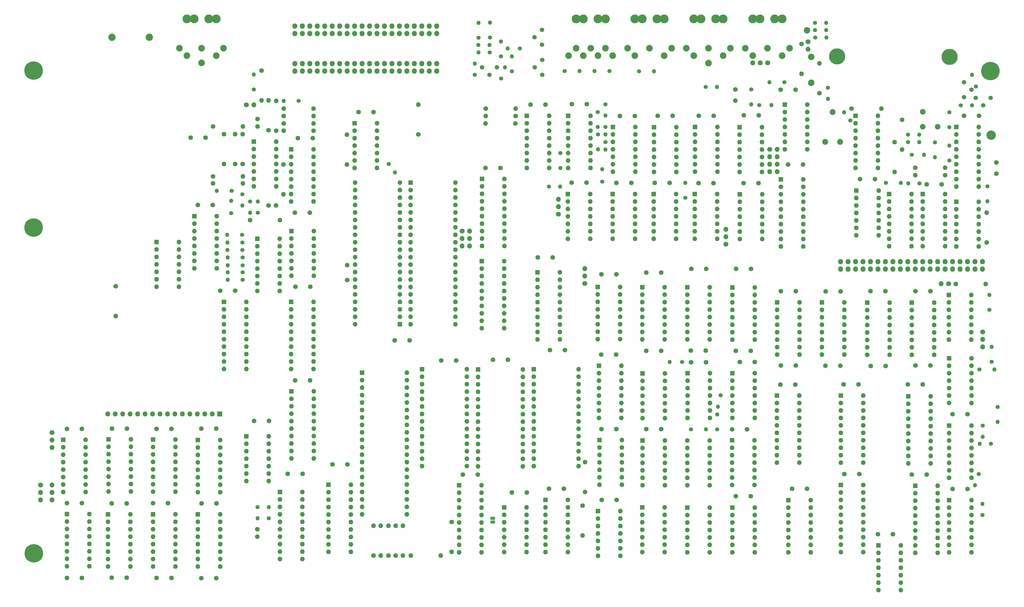
<source format=gbr>
%TF.GenerationSoftware,KiCad,Pcbnew,7.0.7*%
%TF.CreationDate,2023-11-21T20:32:33+00:00*%
%TF.ProjectId,lynx96,6c796e78-3936-42e6-9b69-6361645f7063,rev?*%
%TF.SameCoordinates,Original*%
%TF.FileFunction,Soldermask,Top*%
%TF.FilePolarity,Negative*%
%FSLAX46Y46*%
G04 Gerber Fmt 4.6, Leading zero omitted, Abs format (unit mm)*
G04 Created by KiCad (PCBNEW 7.0.7) date 2023-11-21 20:32:33*
%MOMM*%
%LPD*%
G01*
G04 APERTURE LIST*
%ADD10R,1.600000X1.600000*%
%ADD11O,1.600000X1.600000*%
%ADD12C,1.400000*%
%ADD13O,1.400000X1.400000*%
%ADD14C,1.600000*%
%ADD15C,1.700000*%
%ADD16O,1.700000X1.700000*%
%ADD17O,1.800000X1.800000*%
%ADD18C,6.300000*%
%ADD19R,1.500000X1.000000*%
%ADD20C,1.500000*%
%ADD21O,1.900000X1.900000*%
%ADD22C,1.900000*%
%ADD23R,1.700000X1.700000*%
%ADD24C,2.500000*%
%ADD25C,2.250000*%
%ADD26C,3.000000*%
%ADD27O,2.000000X2.000000*%
%ADD28C,2.200000*%
%ADD29C,5.500000*%
%ADD30C,3.200000*%
G04 APERTURE END LIST*
D10*
%TO.C,IC35*%
X268550000Y-125890000D03*
D11*
X268550000Y-128430000D03*
X268550000Y-130970000D03*
X268550000Y-133510000D03*
X268550000Y-136050000D03*
X268550000Y-138590000D03*
X268550000Y-141130000D03*
X268550000Y-143670000D03*
X276170000Y-143670000D03*
X276170000Y-141130000D03*
X276170000Y-138590000D03*
X276170000Y-136050000D03*
X276170000Y-133510000D03*
X276170000Y-130970000D03*
X276170000Y-128430000D03*
X276170000Y-125890000D03*
%TD*%
D12*
%TO.C,R10*%
X196230000Y-53450000D03*
D13*
X196230000Y-49640000D03*
%TD*%
D14*
%TO.C,D6*%
X210060000Y-70040000D03*
D11*
X199900000Y-70040000D03*
%TD*%
D10*
%TO.C,IC38*%
X314360000Y-131030000D03*
D11*
X314360000Y-133570000D03*
X314360000Y-136110000D03*
X314360000Y-138650000D03*
X314360000Y-141190000D03*
X314360000Y-143730000D03*
X314360000Y-146270000D03*
X314360000Y-148810000D03*
X321980000Y-148810000D03*
X321980000Y-146270000D03*
X321980000Y-143730000D03*
X321980000Y-141190000D03*
X321980000Y-138650000D03*
X321980000Y-136110000D03*
X321980000Y-133570000D03*
X321980000Y-131030000D03*
%TD*%
D14*
%TO.C,R35*%
X339050000Y-76450000D03*
D11*
X339050000Y-86610000D03*
%TD*%
D14*
%TO.C,R95*%
X107110000Y-71100000D03*
D11*
X117270000Y-71100000D03*
%TD*%
D15*
%TO.C,LS1*%
X118495000Y-63740000D03*
D16*
X121035000Y-63740000D03*
%TD*%
D17*
%TO.C,PL4*%
X320700000Y-119690000D03*
X320700000Y-117150000D03*
X323240000Y-119690000D03*
X323240000Y-117150000D03*
X325780000Y-119690000D03*
X325780000Y-117150000D03*
X328320000Y-119690000D03*
X328320000Y-117150000D03*
X330860000Y-119690000D03*
X330860000Y-117150000D03*
X333400000Y-119690000D03*
X333400000Y-117150000D03*
X335940000Y-119690000D03*
X335940000Y-117150000D03*
X338480000Y-119690000D03*
X338480000Y-117150000D03*
X341020000Y-119690000D03*
X341020000Y-117150000D03*
X343560000Y-119690000D03*
X343560000Y-117150000D03*
X346100000Y-119690000D03*
X346100000Y-117150000D03*
X348640000Y-119690000D03*
X348640000Y-117150000D03*
X351180000Y-119690000D03*
X351180000Y-117150000D03*
X353720000Y-119690000D03*
X353720000Y-117150000D03*
X356260000Y-119690000D03*
X356260000Y-117150000D03*
X358800000Y-119690000D03*
X358800000Y-117150000D03*
X361340000Y-119690000D03*
X361340000Y-117150000D03*
X363880000Y-119690000D03*
X363880000Y-117150000D03*
X366420000Y-119690000D03*
X366420000Y-117150000D03*
X368960000Y-119690000D03*
X368960000Y-117150000D03*
%TD*%
D10*
%TO.C,IC31*%
X198610000Y-116960000D03*
D11*
X198610000Y-119500000D03*
X198610000Y-122040000D03*
X198610000Y-124580000D03*
X198610000Y-127120000D03*
X198610000Y-129660000D03*
X198610000Y-132200000D03*
X198610000Y-134740000D03*
X198610000Y-137280000D03*
X198610000Y-139820000D03*
X206230000Y-139820000D03*
X206230000Y-137280000D03*
X206230000Y-134740000D03*
X206230000Y-132200000D03*
X206230000Y-129660000D03*
X206230000Y-127120000D03*
X206230000Y-124580000D03*
X206230000Y-122040000D03*
X206230000Y-119500000D03*
X206230000Y-116960000D03*
%TD*%
D14*
%TO.C,R16*%
X210070000Y-67520000D03*
D11*
X199910000Y-67520000D03*
%TD*%
D15*
%TO.C,LK10*%
X309590000Y-42215000D03*
D16*
X309590000Y-44755000D03*
%TD*%
D10*
%TO.C,IC20*%
X243110000Y-94138507D03*
D11*
X243110000Y-96678507D03*
X243110000Y-99218507D03*
X243110000Y-101758507D03*
X243110000Y-104298507D03*
X243110000Y-106838507D03*
X243110000Y-109378507D03*
X250730000Y-109378507D03*
X250730000Y-106838507D03*
X250730000Y-104298507D03*
X250730000Y-101758507D03*
X250730000Y-99218507D03*
X250730000Y-96678507D03*
X250730000Y-94138507D03*
%TD*%
D14*
%TO.C,A15*%
X244310000Y-148790000D03*
X239230000Y-148790000D03*
%TD*%
%TO.C,A25*%
X274890000Y-151400000D03*
X269810000Y-151400000D03*
%TD*%
D12*
%TO.C,R30*%
X343630000Y-73860000D03*
D13*
X347440000Y-73860000D03*
%TD*%
D14*
%TO.C,R7*%
X152700000Y-84000000D03*
D11*
X152700000Y-73840000D03*
%TD*%
D12*
%TO.C,R42*%
X117150000Y-94210000D03*
D13*
X117150000Y-98020000D03*
%TD*%
D10*
%TO.C,IC68*%
X129920000Y-195620000D03*
D11*
X129920000Y-198160000D03*
X129920000Y-200700000D03*
X129920000Y-203240000D03*
X129920000Y-205780000D03*
X129920000Y-208320000D03*
X129920000Y-210860000D03*
X129920000Y-213400000D03*
X129920000Y-215940000D03*
X129920000Y-218480000D03*
X137540000Y-218480000D03*
X137540000Y-215940000D03*
X137540000Y-213400000D03*
X137540000Y-210860000D03*
X137540000Y-208320000D03*
X137540000Y-205780000D03*
X137540000Y-203240000D03*
X137540000Y-200700000D03*
X137540000Y-198160000D03*
X137540000Y-195620000D03*
%TD*%
D14*
%TO.C,XTL2*%
X367750000Y-67480000D03*
X362670000Y-67480000D03*
%TD*%
%TO.C,A76*%
X72780000Y-174040000D03*
X77860000Y-174040000D03*
%TD*%
D12*
%TO.C,R18*%
X240670000Y-71210000D03*
D13*
X240670000Y-73750000D03*
%TD*%
D12*
%TO.C,C19*%
X374100000Y-166705000D03*
D13*
X374100000Y-171785000D03*
%TD*%
D10*
%TO.C,IC49*%
X253260000Y-155198507D03*
D11*
X253260000Y-157738507D03*
X253260000Y-160278507D03*
X253260000Y-162818507D03*
X253260000Y-165358507D03*
X253260000Y-167898507D03*
X253260000Y-170438507D03*
X260880000Y-170438507D03*
X260880000Y-167898507D03*
X260880000Y-165358507D03*
X260880000Y-162818507D03*
X260880000Y-160278507D03*
X260880000Y-157738507D03*
X260880000Y-155198507D03*
%TD*%
D18*
%TO.C,H2*%
X46120000Y-105540000D03*
%TD*%
D14*
%TO.C,A36*%
X140270000Y-125690000D03*
X135190000Y-125690000D03*
%TD*%
D10*
%TO.C,IC61*%
X86710000Y-177760000D03*
D11*
X86710000Y-180300000D03*
X86710000Y-182840000D03*
X86710000Y-185380000D03*
X86710000Y-187920000D03*
X86710000Y-190460000D03*
X86710000Y-193000000D03*
X86710000Y-195540000D03*
X94330000Y-195540000D03*
X94330000Y-193000000D03*
X94330000Y-190460000D03*
X94330000Y-187920000D03*
X94330000Y-185380000D03*
X94330000Y-182840000D03*
X94330000Y-180300000D03*
X94330000Y-177760000D03*
%TD*%
D15*
%TO.C,LK1*%
X52330000Y-175350000D03*
D16*
X52330000Y-177890000D03*
X52330000Y-180430000D03*
%TD*%
D10*
%TO.C,IC51*%
X268570000Y-155128507D03*
D11*
X268570000Y-157668507D03*
X268570000Y-160208507D03*
X268570000Y-162748507D03*
X268570000Y-165288507D03*
X268570000Y-167828507D03*
X268570000Y-170368507D03*
X276190000Y-170368507D03*
X276190000Y-167828507D03*
X276190000Y-165288507D03*
X276190000Y-162748507D03*
X276190000Y-160208507D03*
X276190000Y-157668507D03*
X276190000Y-155128507D03*
%TD*%
D10*
%TO.C,IC15*%
X133800000Y-106760000D03*
D11*
X133800000Y-109300000D03*
X133800000Y-111840000D03*
X133800000Y-114380000D03*
X133800000Y-116920000D03*
X133800000Y-119460000D03*
X133800000Y-122000000D03*
X141420000Y-122000000D03*
X141420000Y-119460000D03*
X141420000Y-116920000D03*
X141420000Y-114380000D03*
X141420000Y-111840000D03*
X141420000Y-109300000D03*
X141420000Y-106760000D03*
%TD*%
D14*
%TO.C,R66*%
X166800000Y-217260000D03*
D11*
X166800000Y-207100000D03*
%TD*%
D12*
%TO.C,R41*%
X113350000Y-100625000D03*
D13*
X113350000Y-96425000D03*
%TD*%
D15*
%TO.C,LK11*%
X295875000Y-49440000D03*
D16*
X293335000Y-49440000D03*
X290795000Y-49440000D03*
%TD*%
D15*
%TO.C,LK5*%
X233670000Y-124565000D03*
D16*
X233670000Y-122025000D03*
X233670000Y-119485000D03*
%TD*%
D10*
%TO.C,IC19*%
X227880000Y-94148507D03*
D11*
X227880000Y-96688507D03*
X227880000Y-99228507D03*
X227880000Y-101768507D03*
X227880000Y-104308507D03*
X227880000Y-106848507D03*
X227880000Y-109388507D03*
X235500000Y-109388507D03*
X235500000Y-106848507D03*
X235500000Y-104308507D03*
X235500000Y-101768507D03*
X235500000Y-99228507D03*
X235500000Y-96688507D03*
X235500000Y-94148507D03*
%TD*%
D15*
%TO.C,LK9*%
X369020000Y-141105000D03*
D16*
X369020000Y-143645000D03*
X369020000Y-146185000D03*
%TD*%
D14*
%TO.C,C15*%
X122260000Y-208340000D03*
X122260000Y-210880000D03*
%TD*%
D10*
%TO.C,IC74*%
X253230000Y-200890000D03*
D11*
X253230000Y-203430000D03*
X253230000Y-205970000D03*
X253230000Y-208510000D03*
X253230000Y-211050000D03*
X253230000Y-213590000D03*
X253230000Y-216130000D03*
X260850000Y-216130000D03*
X260850000Y-213590000D03*
X260850000Y-211050000D03*
X260850000Y-208510000D03*
X260850000Y-205970000D03*
X260850000Y-203430000D03*
X260850000Y-200890000D03*
%TD*%
D12*
%TO.C,R11*%
X201350000Y-40805000D03*
D13*
X201350000Y-35725000D03*
%TD*%
D10*
%TO.C,IC23*%
X286400000Y-94188507D03*
D11*
X286400000Y-96728507D03*
X286400000Y-99268507D03*
X286400000Y-101808507D03*
X286400000Y-104348507D03*
X286400000Y-106888507D03*
X286400000Y-109428507D03*
X294020000Y-109428507D03*
X294020000Y-106888507D03*
X294020000Y-104348507D03*
X294020000Y-101808507D03*
X294020000Y-99268507D03*
X294020000Y-96728507D03*
X294020000Y-94188507D03*
%TD*%
D10*
%TO.C,IC52*%
X283810000Y-155128507D03*
D11*
X283810000Y-157668507D03*
X283810000Y-160208507D03*
X283810000Y-162748507D03*
X283810000Y-165288507D03*
X283810000Y-167828507D03*
X283810000Y-170368507D03*
X291430000Y-170368507D03*
X291430000Y-167828507D03*
X291430000Y-165288507D03*
X291430000Y-162748507D03*
X291430000Y-160208507D03*
X291430000Y-157668507D03*
X291430000Y-155128507D03*
%TD*%
D15*
%TO.C,LK8*%
X357445000Y-124690000D03*
D16*
X354905000Y-124690000D03*
%TD*%
D15*
%TO.C,LK4*%
X224670000Y-100935000D03*
D16*
X224670000Y-98395000D03*
X224670000Y-95855000D03*
%TD*%
D10*
%TO.C,IC64*%
X57420000Y-203200000D03*
D11*
X57420000Y-205740000D03*
X57420000Y-208280000D03*
X57420000Y-210820000D03*
X57420000Y-213360000D03*
X57420000Y-215900000D03*
X57420000Y-218440000D03*
X57420000Y-220980000D03*
X65040000Y-220980000D03*
X65040000Y-218440000D03*
X65040000Y-215900000D03*
X65040000Y-213360000D03*
X65040000Y-210820000D03*
X65040000Y-208280000D03*
X65040000Y-205740000D03*
X65040000Y-203200000D03*
%TD*%
D12*
%TO.C,XTL1*%
X252120000Y-52320000D03*
D13*
X257200000Y-52320000D03*
%TD*%
D10*
%TO.C,IC67*%
X101950000Y-203260000D03*
D11*
X101950000Y-205800000D03*
X101950000Y-208340000D03*
X101950000Y-210880000D03*
X101950000Y-213420000D03*
X101950000Y-215960000D03*
X101950000Y-218500000D03*
X101950000Y-221040000D03*
X109570000Y-221040000D03*
X109570000Y-218500000D03*
X109570000Y-215960000D03*
X109570000Y-213420000D03*
X109570000Y-210880000D03*
X109570000Y-208340000D03*
X109570000Y-205800000D03*
X109570000Y-203260000D03*
%TD*%
D14*
%TO.C,A86*%
X62540000Y-224900000D03*
X57460000Y-224900000D03*
%TD*%
D10*
%TO.C,IC66*%
X86740000Y-203230000D03*
D11*
X86740000Y-205770000D03*
X86740000Y-208310000D03*
X86740000Y-210850000D03*
X86740000Y-213390000D03*
X86740000Y-215930000D03*
X86740000Y-218470000D03*
X86740000Y-221010000D03*
X94360000Y-221010000D03*
X94360000Y-218470000D03*
X94360000Y-215930000D03*
X94360000Y-213390000D03*
X94360000Y-210850000D03*
X94360000Y-208310000D03*
X94360000Y-205770000D03*
X94360000Y-203230000D03*
%TD*%
D14*
%TO.C,A31*%
X107080000Y-97810000D03*
X102000000Y-97810000D03*
%TD*%
%TO.C,A91*%
X207450000Y-150550000D03*
X202370000Y-150550000D03*
%TD*%
%TO.C,A94*%
X305340000Y-58550000D03*
X300260000Y-58550000D03*
%TD*%
D12*
%TO.C,C7*%
X238050000Y-66135000D03*
D13*
X238050000Y-71215000D03*
%TD*%
D12*
%TO.C,C23*%
X121030000Y-58485000D03*
D13*
X121030000Y-53405000D03*
%TD*%
D12*
%TO.C,R48*%
X117185000Y-115680000D03*
D13*
X112105000Y-115680000D03*
%TD*%
D10*
%TO.C,IC10*%
X301680000Y-63670000D03*
D11*
X301680000Y-66210000D03*
X301680000Y-68750000D03*
X301680000Y-71290000D03*
X301680000Y-73830000D03*
X301680000Y-76370000D03*
X301680000Y-78910000D03*
X309300000Y-78910000D03*
X309300000Y-76370000D03*
X309300000Y-73830000D03*
X309300000Y-71290000D03*
X309300000Y-68750000D03*
X309300000Y-66210000D03*
X309300000Y-63670000D03*
%TD*%
D14*
%TO.C,A84*%
X152880000Y-186200000D03*
X147800000Y-186200000D03*
%TD*%
D12*
%TO.C,C17*%
X357640000Y-82665000D03*
D13*
X357640000Y-77585000D03*
%TD*%
D10*
%TO.C,IC55*%
X320730000Y-162800000D03*
D11*
X320730000Y-165340000D03*
X320730000Y-167880000D03*
X320730000Y-170420000D03*
X320730000Y-172960000D03*
X320730000Y-175500000D03*
X320730000Y-178040000D03*
X320730000Y-180580000D03*
X320730000Y-183120000D03*
X320730000Y-185660000D03*
X328350000Y-185660000D03*
X328350000Y-183120000D03*
X328350000Y-180580000D03*
X328350000Y-178040000D03*
X328350000Y-175500000D03*
X328350000Y-172960000D03*
X328350000Y-170420000D03*
X328350000Y-167880000D03*
X328350000Y-165340000D03*
X328350000Y-162800000D03*
%TD*%
D14*
%TO.C,A16*%
X244370000Y-174200000D03*
X239290000Y-174200000D03*
%TD*%
%TO.C,A33*%
X307900000Y-84050000D03*
X302820000Y-84050000D03*
%TD*%
%TO.C,R67*%
X169270000Y-217260000D03*
D11*
X169270000Y-207100000D03*
%TD*%
D14*
%TO.C,A4*%
X291480000Y-151310000D03*
X286400000Y-151310000D03*
%TD*%
D12*
%TO.C,R31*%
X343590000Y-76440000D03*
D13*
X347400000Y-76440000D03*
%TD*%
D12*
%TO.C,R72*%
X368950000Y-203510000D03*
D13*
X368950000Y-199700000D03*
%TD*%
D10*
%TO.C,IC65*%
X71430000Y-203260000D03*
D11*
X71430000Y-205800000D03*
X71430000Y-208340000D03*
X71430000Y-210880000D03*
X71430000Y-213420000D03*
X71430000Y-215960000D03*
X71430000Y-218500000D03*
X71430000Y-221040000D03*
X79050000Y-221040000D03*
X79050000Y-218500000D03*
X79050000Y-215960000D03*
X79050000Y-213420000D03*
X79050000Y-210880000D03*
X79050000Y-208340000D03*
X79050000Y-205800000D03*
X79050000Y-203260000D03*
%TD*%
D12*
%TO.C,R19*%
X240630000Y-76410000D03*
D13*
X240630000Y-78950000D03*
%TD*%
D19*
%TO.C,J2*%
X202300000Y-204610000D03*
X202300000Y-205910000D03*
%TD*%
D14*
%TO.C,A34*%
X277470000Y-67410000D03*
X272390000Y-67410000D03*
%TD*%
D10*
%TO.C,IC4*%
X213930000Y-67458583D03*
D11*
X213930000Y-69998583D03*
X213930000Y-72538583D03*
X213930000Y-75078583D03*
X213930000Y-77618583D03*
X213930000Y-80158583D03*
X213930000Y-82698583D03*
X213930000Y-85238583D03*
X221550000Y-85238583D03*
X221550000Y-82698583D03*
X221550000Y-80158583D03*
X221550000Y-77618583D03*
X221550000Y-75078583D03*
X221550000Y-72538583D03*
X221550000Y-69998583D03*
X221550000Y-67458583D03*
%TD*%
D14*
%TO.C,C12*%
X373697172Y-87140000D03*
X373697172Y-83330000D03*
%TD*%
D10*
%TO.C,IC76*%
X283850000Y-200938507D03*
D11*
X283850000Y-203478507D03*
X283850000Y-206018507D03*
X283850000Y-208558507D03*
X283850000Y-211098507D03*
X283850000Y-213638507D03*
X283850000Y-216178507D03*
X291470000Y-216178507D03*
X291470000Y-213638507D03*
X291470000Y-211098507D03*
X291470000Y-208558507D03*
X291470000Y-206018507D03*
X291470000Y-203478507D03*
X291470000Y-200938507D03*
%TD*%
D12*
%TO.C,R39*%
X361590000Y-63850000D03*
D13*
X365400000Y-63850000D03*
%TD*%
D14*
%TO.C,R5*%
X131100000Y-84050000D03*
D11*
X131100000Y-94210000D03*
%TD*%
D10*
%TO.C,IC73*%
X238110000Y-202138507D03*
D11*
X238110000Y-204678507D03*
X238110000Y-207218507D03*
X238110000Y-209758507D03*
X238110000Y-212298507D03*
X238110000Y-214838507D03*
X238110000Y-217378507D03*
X245730000Y-217378507D03*
X245730000Y-214838507D03*
X245730000Y-212298507D03*
X245730000Y-209758507D03*
X245730000Y-207218507D03*
X245730000Y-204678507D03*
X245730000Y-202138507D03*
%TD*%
D14*
%TO.C,R32*%
X341620000Y-68770000D03*
D11*
X341620000Y-78930000D03*
%TD*%
D10*
%TO.C,IC32*%
X217580000Y-120760000D03*
D11*
X217580000Y-123300000D03*
X217580000Y-125840000D03*
X217580000Y-128380000D03*
X217580000Y-130920000D03*
X217580000Y-133460000D03*
X217580000Y-136000000D03*
X217580000Y-138540000D03*
X217580000Y-141080000D03*
X217580000Y-143620000D03*
X225200000Y-143620000D03*
X225200000Y-141080000D03*
X225200000Y-138540000D03*
X225200000Y-136000000D03*
X225200000Y-133460000D03*
X225200000Y-130920000D03*
X225200000Y-128380000D03*
X225200000Y-125840000D03*
X225200000Y-123300000D03*
X225200000Y-120760000D03*
%TD*%
D10*
%TO.C,IC9*%
X286290000Y-71310000D03*
D11*
X286290000Y-73850000D03*
X286290000Y-76390000D03*
X286290000Y-78930000D03*
X286290000Y-81470000D03*
X286290000Y-84010000D03*
X286290000Y-86550000D03*
X293910000Y-86550000D03*
X293910000Y-84010000D03*
X293910000Y-81470000D03*
X293910000Y-78930000D03*
X293910000Y-76390000D03*
X293910000Y-73850000D03*
X293910000Y-71310000D03*
%TD*%
D14*
%TO.C,R87*%
X232880000Y-200290000D03*
D11*
X232880000Y-210450000D03*
%TD*%
D14*
%TO.C,A87*%
X93020000Y-224950000D03*
X87940000Y-224950000D03*
%TD*%
D12*
%TO.C,R57*%
X279855000Y-162725000D03*
D13*
X278905000Y-166605000D03*
%TD*%
D12*
%TO.C,R20*%
X274790000Y-57590000D03*
D13*
X278600000Y-57590000D03*
%TD*%
D14*
%TO.C,D2*%
X131170000Y-67520000D03*
D11*
X141330000Y-67520000D03*
%TD*%
D14*
%TO.C,D3*%
X131170000Y-70080000D03*
D11*
X141330000Y-70080000D03*
%TD*%
D14*
%TO.C,A3*%
X363850000Y-169130000D03*
X358770000Y-169130000D03*
%TD*%
D12*
%TO.C,R21*%
X292965000Y-63800000D03*
D13*
X297165000Y-63800000D03*
%TD*%
D12*
%TO.C,R62*%
X371820000Y-179220000D03*
D13*
X368010000Y-179220000D03*
%TD*%
D10*
%TO.C,IC33*%
X238050000Y-125810000D03*
D11*
X238050000Y-128350000D03*
X238050000Y-130890000D03*
X238050000Y-133430000D03*
X238050000Y-135970000D03*
X238050000Y-138510000D03*
X238050000Y-141050000D03*
X238050000Y-143590000D03*
X245670000Y-143590000D03*
X245670000Y-141050000D03*
X245670000Y-138510000D03*
X245670000Y-135970000D03*
X245670000Y-133430000D03*
X245670000Y-130890000D03*
X245670000Y-128350000D03*
X245670000Y-125810000D03*
%TD*%
D14*
%TO.C,R4*%
X128620000Y-72540000D03*
D11*
X128620000Y-62380000D03*
%TD*%
D15*
%TO.C,LK7*%
X296560000Y-78890000D03*
D16*
X299100000Y-78890000D03*
X296560000Y-81430000D03*
X299100000Y-81430000D03*
X296560000Y-83970000D03*
X299100000Y-83970000D03*
X296560000Y-86510000D03*
X299100000Y-86510000D03*
%TD*%
D12*
%TO.C,R52*%
X221420000Y-91560000D03*
D13*
X225230000Y-91560000D03*
%TD*%
D10*
%TO.C,IC8*%
X271150000Y-71268507D03*
D11*
X271150000Y-73808507D03*
X271150000Y-76348507D03*
X271150000Y-78888507D03*
X271150000Y-81428507D03*
X271150000Y-83968507D03*
X271150000Y-86508507D03*
X278770000Y-86508507D03*
X278770000Y-83968507D03*
X278770000Y-81428507D03*
X278770000Y-78888507D03*
X278770000Y-76348507D03*
X278770000Y-73808507D03*
X278770000Y-71268507D03*
%TD*%
D14*
%TO.C,A6*%
X326770000Y-158940000D03*
X321690000Y-158940000D03*
%TD*%
%TO.C,R84*%
X141330000Y-72550000D03*
D11*
X131170000Y-72550000D03*
%TD*%
D10*
%TO.C,IC16*%
X170740000Y-138510000D03*
D11*
X170740000Y-135970000D03*
X170740000Y-133430000D03*
X170740000Y-130890000D03*
X170740000Y-128350000D03*
X170740000Y-125810000D03*
X170740000Y-123270000D03*
X170740000Y-120730000D03*
X170740000Y-118190000D03*
X170740000Y-115650000D03*
X170740000Y-113110000D03*
X170740000Y-110570000D03*
X170740000Y-108030000D03*
X170740000Y-105490000D03*
X170740000Y-102950000D03*
X170740000Y-100410000D03*
X170740000Y-97870000D03*
X170740000Y-95330000D03*
X170740000Y-92790000D03*
X170740000Y-90250000D03*
X155500000Y-90250000D03*
X155500000Y-92790000D03*
X155500000Y-95330000D03*
X155500000Y-97870000D03*
X155500000Y-100410000D03*
X155500000Y-102950000D03*
X155500000Y-105490000D03*
X155500000Y-108030000D03*
X155500000Y-110570000D03*
X155500000Y-113110000D03*
X155500000Y-115650000D03*
X155500000Y-118190000D03*
X155500000Y-120730000D03*
X155500000Y-123270000D03*
X155500000Y-125810000D03*
X155500000Y-128350000D03*
X155500000Y-130890000D03*
X155500000Y-133430000D03*
X155500000Y-135970000D03*
X155500000Y-138510000D03*
%TD*%
D14*
%TO.C,A18*%
X197230000Y-189720000D03*
X192150000Y-189720000D03*
%TD*%
%TO.C,A72*%
X72690000Y-199480000D03*
X77770000Y-199480000D03*
%TD*%
D12*
%TO.C,C16*%
X352770000Y-76535000D03*
D13*
X352770000Y-81615000D03*
%TD*%
D14*
%TO.C,A1*%
X141140000Y-75060000D03*
X136060000Y-75060000D03*
%TD*%
D20*
%TO.C,TR1*%
X203760000Y-50950000D03*
X201220000Y-53490000D03*
X198680000Y-50950000D03*
%TD*%
D10*
%TO.C,IC82*%
X87950000Y-110460000D03*
D11*
X87950000Y-113000000D03*
X87950000Y-115540000D03*
X87950000Y-118080000D03*
X87950000Y-120620000D03*
X87950000Y-123160000D03*
X87950000Y-125700000D03*
X95570000Y-125700000D03*
X95570000Y-123160000D03*
X95570000Y-120620000D03*
X95570000Y-118080000D03*
X95570000Y-115540000D03*
X95570000Y-113000000D03*
X95570000Y-110460000D03*
%TD*%
D12*
%TO.C,R27*%
X316330000Y-57830000D03*
D13*
X316330000Y-61640000D03*
%TD*%
D14*
%TO.C,R93*%
X107190000Y-90460000D03*
D11*
X117350000Y-90460000D03*
%TD*%
D14*
%TO.C,A17*%
X355030000Y-90840000D03*
X349950000Y-90840000D03*
%TD*%
%TO.C,R94*%
X107190000Y-88080000D03*
D11*
X117350000Y-88080000D03*
%TD*%
D10*
%TO.C,IC25*%
X326000000Y-92888507D03*
D11*
X326000000Y-95428507D03*
X326000000Y-97968507D03*
X326000000Y-100508507D03*
X326000000Y-103048507D03*
X326000000Y-105588507D03*
X326000000Y-108128507D03*
X333620000Y-108128507D03*
X333620000Y-105588507D03*
X333620000Y-103048507D03*
X333620000Y-100508507D03*
X333620000Y-97968507D03*
X333620000Y-95428507D03*
X333620000Y-92888507D03*
%TD*%
D12*
%TO.C,R12*%
X205175000Y-54705000D03*
D13*
X206435000Y-50905000D03*
%TD*%
D12*
%TO.C,C24*%
X113535000Y-93050000D03*
D13*
X108455000Y-93050000D03*
%TD*%
D14*
%TO.C,A59*%
X285050000Y-147540000D03*
X290130000Y-147540000D03*
%TD*%
D21*
%TO.C,VC1*%
X353667500Y-71167500D03*
X348587500Y-71167500D03*
D22*
X348587500Y-66087500D03*
%TD*%
D14*
%TO.C,A24*%
X288870000Y-174250000D03*
X283790000Y-174250000D03*
%TD*%
D23*
%TO.C,PL1*%
X109450000Y-169080000D03*
D16*
X106910000Y-169080000D03*
X104370000Y-169080000D03*
X101830000Y-169080000D03*
X99290000Y-169080000D03*
X96750000Y-169080000D03*
X94210000Y-169080000D03*
X91670000Y-169080000D03*
X89130000Y-169080000D03*
X86590000Y-169080000D03*
X84050000Y-169080000D03*
X81510000Y-169080000D03*
X78970000Y-169080000D03*
X76430000Y-169080000D03*
X73890000Y-169080000D03*
X71350000Y-169080000D03*
%TD*%
D10*
%TO.C,IC3*%
X155360000Y-69968507D03*
D11*
X155360000Y-72508507D03*
X155360000Y-75048507D03*
X155360000Y-77588507D03*
X155360000Y-80128507D03*
X155360000Y-82668507D03*
X155360000Y-85208507D03*
X162980000Y-85208507D03*
X162980000Y-82668507D03*
X162980000Y-80128507D03*
X162980000Y-77588507D03*
X162980000Y-75048507D03*
X162980000Y-72508507D03*
X162980000Y-69968507D03*
%TD*%
D10*
%TO.C,IC48*%
X238640000Y-177938507D03*
D11*
X238640000Y-180478507D03*
X238640000Y-183018507D03*
X238640000Y-185558507D03*
X238640000Y-188098507D03*
X238640000Y-190638507D03*
X238640000Y-193178507D03*
X246260000Y-193178507D03*
X246260000Y-190638507D03*
X246260000Y-188098507D03*
X246260000Y-185558507D03*
X246260000Y-183018507D03*
X246260000Y-180478507D03*
X246260000Y-177938507D03*
%TD*%
D14*
%TO.C,A8*%
X348630000Y-158980000D03*
X343550000Y-158980000D03*
%TD*%
D15*
%TO.C,LK3*%
X191930000Y-106730000D03*
D16*
X191930000Y-109270000D03*
X191930000Y-111810000D03*
X194470000Y-106730000D03*
X194470000Y-109270000D03*
X194470000Y-111810000D03*
%TD*%
D14*
%TO.C,A79*%
X330920000Y-152690000D03*
X336000000Y-152690000D03*
%TD*%
%TO.C,A56*%
X239290000Y-121440000D03*
X244370000Y-121440000D03*
%TD*%
%TO.C,A77*%
X87910000Y-174120000D03*
X92990000Y-174120000D03*
%TD*%
D10*
%TO.C,IC62*%
X101980000Y-177960000D03*
D11*
X101980000Y-180500000D03*
X101980000Y-183040000D03*
X101980000Y-185580000D03*
X101980000Y-188120000D03*
X101980000Y-190660000D03*
X101980000Y-193200000D03*
X101980000Y-195740000D03*
X109600000Y-195740000D03*
X109600000Y-193200000D03*
X109600000Y-190660000D03*
X109600000Y-188120000D03*
X109600000Y-185580000D03*
X109600000Y-183040000D03*
X109600000Y-180500000D03*
X109600000Y-177960000D03*
%TD*%
D24*
%TO.C,D8*%
X72755000Y-40650000D03*
X85505000Y-40650000D03*
%TD*%
D12*
%TO.C,R9*%
X197510000Y-40815000D03*
D13*
X197510000Y-35735000D03*
%TD*%
D14*
%TO.C,A83*%
X137590000Y-189450000D03*
X132510000Y-189450000D03*
%TD*%
%TO.C,IC99*%
X268520000Y-178070000D03*
D11*
X268520000Y-180610000D03*
X268520000Y-183150000D03*
X268520000Y-185690000D03*
X268520000Y-188230000D03*
X268520000Y-190770000D03*
X268520000Y-193310000D03*
X276140000Y-193310000D03*
X276140000Y-190770000D03*
X276140000Y-188230000D03*
X276140000Y-185690000D03*
X276140000Y-183150000D03*
X276140000Y-180610000D03*
X276140000Y-178070000D03*
%TD*%
D12*
%TO.C,R25*%
X311970000Y-38190000D03*
D13*
X315780000Y-38190000D03*
%TD*%
D18*
%TO.C,H3*%
X46180000Y-216570000D03*
%TD*%
D12*
%TO.C,D4*%
X197420000Y-43280000D03*
D13*
X201230000Y-43280000D03*
%TD*%
D10*
%TO.C,IC7*%
X257170000Y-71308507D03*
D11*
X257170000Y-73848507D03*
X257170000Y-76388507D03*
X257170000Y-78928507D03*
X257170000Y-81468507D03*
X257170000Y-84008507D03*
X257170000Y-86548507D03*
X264790000Y-86548507D03*
X264790000Y-84008507D03*
X264790000Y-81468507D03*
X264790000Y-78928507D03*
X264790000Y-76388507D03*
X264790000Y-73848507D03*
X264790000Y-71308507D03*
%TD*%
D10*
%TO.C,IC78*%
X320750000Y-193267319D03*
D11*
X320750000Y-195807319D03*
X320750000Y-198347319D03*
X320750000Y-200887319D03*
X320750000Y-203427319D03*
X320750000Y-205967319D03*
X320750000Y-208507319D03*
X320750000Y-211047319D03*
X320750000Y-213587319D03*
X320750000Y-216127319D03*
X328370000Y-216127319D03*
X328370000Y-213587319D03*
X328370000Y-211047319D03*
X328370000Y-208507319D03*
X328370000Y-205967319D03*
X328370000Y-203427319D03*
X328370000Y-200887319D03*
X328370000Y-198347319D03*
X328370000Y-195807319D03*
X328370000Y-193267319D03*
%TD*%
D10*
%TO.C,IC11*%
X325760000Y-67420000D03*
D11*
X325760000Y-69960000D03*
X325760000Y-72500000D03*
X325760000Y-75040000D03*
X325760000Y-77580000D03*
X325760000Y-80120000D03*
X325760000Y-82660000D03*
X325760000Y-85200000D03*
X333380000Y-85200000D03*
X333380000Y-82660000D03*
X333380000Y-80120000D03*
X333380000Y-77580000D03*
X333380000Y-75040000D03*
X333380000Y-72500000D03*
X333380000Y-69960000D03*
X333380000Y-67420000D03*
%TD*%
D14*
%TO.C,R64*%
X161790000Y-217260000D03*
D11*
X161790000Y-207100000D03*
%TD*%
D10*
%TO.C,IC41*%
X357530000Y-128468507D03*
D11*
X357530000Y-131008507D03*
X357530000Y-133548507D03*
X357530000Y-136088507D03*
X357530000Y-138628507D03*
X357530000Y-141168507D03*
X357530000Y-143708507D03*
X365150000Y-143708507D03*
X365150000Y-141168507D03*
X365150000Y-138628507D03*
X365150000Y-136088507D03*
X365150000Y-133548507D03*
X365150000Y-131008507D03*
X365150000Y-128468507D03*
%TD*%
D10*
%TO.C,IC50*%
X253300000Y-178108507D03*
D11*
X253300000Y-180648507D03*
X253300000Y-183188507D03*
X253300000Y-185728507D03*
X253300000Y-188268507D03*
X253300000Y-190808507D03*
X253300000Y-193348507D03*
X260920000Y-193348507D03*
X260920000Y-190808507D03*
X260920000Y-188268507D03*
X260920000Y-185728507D03*
X260920000Y-183188507D03*
X260920000Y-180648507D03*
X260920000Y-178108507D03*
%TD*%
D10*
%TO.C,IC17*%
X174360000Y-90240000D03*
D11*
X174360000Y-92780000D03*
X174360000Y-95320000D03*
X174360000Y-97860000D03*
X174360000Y-100400000D03*
X174360000Y-102940000D03*
X174360000Y-105480000D03*
X174360000Y-108020000D03*
X174360000Y-110560000D03*
X174360000Y-113100000D03*
X174360000Y-115640000D03*
X174360000Y-118180000D03*
X174360000Y-120720000D03*
X174360000Y-123260000D03*
X174360000Y-125800000D03*
X174360000Y-128340000D03*
X174360000Y-130880000D03*
X174360000Y-133420000D03*
X174360000Y-135960000D03*
X174360000Y-138500000D03*
X189600000Y-138500000D03*
X189600000Y-135960000D03*
X189600000Y-133420000D03*
X189600000Y-130880000D03*
X189600000Y-128340000D03*
X189600000Y-125800000D03*
X189600000Y-123260000D03*
X189600000Y-120720000D03*
X189600000Y-118180000D03*
X189600000Y-115640000D03*
X189600000Y-113100000D03*
X189600000Y-110560000D03*
X189600000Y-108020000D03*
X189600000Y-105480000D03*
X189600000Y-102940000D03*
X189600000Y-100400000D03*
X189600000Y-97860000D03*
X189600000Y-95320000D03*
X189600000Y-92780000D03*
X189600000Y-90240000D03*
%TD*%
D14*
%TO.C,R38*%
X356220000Y-87670000D03*
D11*
X346060000Y-87670000D03*
%TD*%
D25*
%TO.C,SKT3*%
X248170000Y-44410000D03*
X255670000Y-44410000D03*
X263170000Y-44410000D03*
X250670000Y-46910000D03*
X260670000Y-46910000D03*
D26*
X250670000Y-34410000D03*
X253170000Y-34410000D03*
X258170000Y-34410000D03*
X260670000Y-34410000D03*
%TD*%
D10*
%TO.C,IC60*%
X71550000Y-177700000D03*
D11*
X71550000Y-180240000D03*
X71550000Y-182780000D03*
X71550000Y-185320000D03*
X71550000Y-187860000D03*
X71550000Y-190400000D03*
X71550000Y-192940000D03*
X71550000Y-195480000D03*
X79170000Y-195480000D03*
X79170000Y-192940000D03*
X79170000Y-190400000D03*
X79170000Y-187860000D03*
X79170000Y-185320000D03*
X79170000Y-182780000D03*
X79170000Y-180240000D03*
X79170000Y-177700000D03*
%TD*%
D14*
%TO.C,A22*%
X244460000Y-198340000D03*
X239380000Y-198340000D03*
%TD*%
D10*
%TO.C,IC42*%
X133780000Y-161350000D03*
D11*
X133780000Y-163890000D03*
X133780000Y-166430000D03*
X133780000Y-168970000D03*
X133780000Y-171510000D03*
X133780000Y-174050000D03*
X133780000Y-176590000D03*
X133780000Y-179130000D03*
X133780000Y-181670000D03*
X133780000Y-184210000D03*
X141400000Y-184210000D03*
X141400000Y-181670000D03*
X141400000Y-179130000D03*
X141400000Y-176590000D03*
X141400000Y-174050000D03*
X141400000Y-171510000D03*
X141400000Y-168970000D03*
X141400000Y-166430000D03*
X141400000Y-163890000D03*
X141400000Y-161350000D03*
%TD*%
D18*
%TO.C,H1*%
X46120000Y-52050000D03*
%TD*%
D10*
%TO.C,IC39*%
X329720000Y-131130000D03*
D11*
X329720000Y-133670000D03*
X329720000Y-136210000D03*
X329720000Y-138750000D03*
X329720000Y-141290000D03*
X329720000Y-143830000D03*
X329720000Y-146370000D03*
X329720000Y-148910000D03*
X337340000Y-148910000D03*
X337340000Y-146370000D03*
X337340000Y-143830000D03*
X337340000Y-141290000D03*
X337340000Y-138750000D03*
X337340000Y-136210000D03*
X337340000Y-133670000D03*
X337340000Y-131130000D03*
%TD*%
D10*
%TO.C,IC69*%
X146440000Y-193170000D03*
D11*
X146440000Y-195710000D03*
X146440000Y-198250000D03*
X146440000Y-200790000D03*
X146440000Y-203330000D03*
X146440000Y-205870000D03*
X146440000Y-208410000D03*
X146440000Y-210950000D03*
X146440000Y-213490000D03*
X146440000Y-216030000D03*
X154060000Y-216030000D03*
X154060000Y-213490000D03*
X154060000Y-210950000D03*
X154060000Y-208410000D03*
X154060000Y-205870000D03*
X154060000Y-203330000D03*
X154060000Y-200790000D03*
X154060000Y-198250000D03*
X154060000Y-195710000D03*
X154060000Y-193170000D03*
%TD*%
D14*
%TO.C,A26*%
X309260000Y-194550000D03*
X304180000Y-194550000D03*
%TD*%
D12*
%TO.C,C18*%
X357640000Y-66225000D03*
D13*
X357640000Y-71305000D03*
%TD*%
D10*
%TO.C,IC72*%
X220240000Y-198318583D03*
D11*
X220240000Y-200858583D03*
X220240000Y-203398583D03*
X220240000Y-205938583D03*
X220240000Y-208478583D03*
X220240000Y-211018583D03*
X220240000Y-213558583D03*
X220240000Y-216098583D03*
X227860000Y-216098583D03*
X227860000Y-213558583D03*
X227860000Y-211018583D03*
X227860000Y-208478583D03*
X227860000Y-205938583D03*
X227860000Y-203398583D03*
X227860000Y-200858583D03*
X227860000Y-198318583D03*
%TD*%
D14*
%TO.C,A37*%
X126190000Y-171420000D03*
X121110000Y-171420000D03*
%TD*%
D10*
%TO.C,IC26*%
X337180000Y-94088583D03*
D11*
X337180000Y-96628583D03*
X337180000Y-99168583D03*
X337180000Y-101708583D03*
X337180000Y-104248583D03*
X337180000Y-106788583D03*
X337180000Y-109328583D03*
X337180000Y-111868583D03*
X344800000Y-111868583D03*
X344800000Y-109328583D03*
X344800000Y-106788583D03*
X344800000Y-104248583D03*
X344800000Y-101708583D03*
X344800000Y-99168583D03*
X344800000Y-96628583D03*
X344800000Y-94088583D03*
%TD*%
D10*
%TO.C,IC54*%
X299040000Y-162800000D03*
D11*
X299040000Y-165340000D03*
X299040000Y-167880000D03*
X299040000Y-170420000D03*
X299040000Y-172960000D03*
X299040000Y-175500000D03*
X299040000Y-178040000D03*
X299040000Y-180580000D03*
X299040000Y-183120000D03*
X299040000Y-185660000D03*
X306660000Y-185660000D03*
X306660000Y-183120000D03*
X306660000Y-180580000D03*
X306660000Y-178040000D03*
X306660000Y-175500000D03*
X306660000Y-172960000D03*
X306660000Y-170420000D03*
X306660000Y-167880000D03*
X306660000Y-165340000D03*
X306660000Y-162800000D03*
%TD*%
D20*
%TO.C,TR5*%
X362652500Y-56040000D03*
X365192500Y-58580000D03*
X362652500Y-61120000D03*
%TD*%
D10*
%TO.C,IC80*%
X346110000Y-193520000D03*
D11*
X346110000Y-196060000D03*
X346110000Y-198600000D03*
X346110000Y-201140000D03*
X346110000Y-203680000D03*
X346110000Y-206220000D03*
X346110000Y-208760000D03*
X346110000Y-211300000D03*
X346110000Y-213840000D03*
X346110000Y-216380000D03*
X353730000Y-216380000D03*
X353730000Y-213840000D03*
X353730000Y-211300000D03*
X353730000Y-208760000D03*
X353730000Y-206220000D03*
X353730000Y-203680000D03*
X353730000Y-201140000D03*
X353730000Y-198600000D03*
X353730000Y-196060000D03*
X353730000Y-193520000D03*
%TD*%
D14*
%TO.C,A21*%
X213910000Y-195820000D03*
X208830000Y-195820000D03*
%TD*%
D10*
%TO.C,IC34*%
X253230000Y-125880000D03*
D11*
X253230000Y-128420000D03*
X253230000Y-130960000D03*
X253230000Y-133500000D03*
X253230000Y-136040000D03*
X253230000Y-138580000D03*
X253230000Y-141120000D03*
X253230000Y-143660000D03*
X260850000Y-143660000D03*
X260850000Y-141120000D03*
X260850000Y-138580000D03*
X260850000Y-136040000D03*
X260850000Y-133500000D03*
X260850000Y-130960000D03*
X260850000Y-128420000D03*
X260850000Y-125880000D03*
%TD*%
D14*
%TO.C,R6*%
X141330000Y-64950000D03*
D11*
X131170000Y-64950000D03*
%TD*%
D12*
%TO.C,D5*%
X201280000Y-45870000D03*
D13*
X197470000Y-45870000D03*
%TD*%
D10*
%TO.C,IC59*%
X56220000Y-177810000D03*
D11*
X56220000Y-180350000D03*
X56220000Y-182890000D03*
X56220000Y-185430000D03*
X56220000Y-187970000D03*
X56220000Y-190510000D03*
X56220000Y-193050000D03*
X56220000Y-195590000D03*
X63840000Y-195590000D03*
X63840000Y-193050000D03*
X63840000Y-190510000D03*
X63840000Y-187970000D03*
X63840000Y-185430000D03*
X63840000Y-182890000D03*
X63840000Y-180350000D03*
X63840000Y-177810000D03*
%TD*%
D10*
%TO.C,IC43*%
X157840000Y-155010000D03*
D11*
X157840000Y-157550000D03*
X157840000Y-160090000D03*
X157840000Y-162630000D03*
X157840000Y-165170000D03*
X157840000Y-167710000D03*
X157840000Y-170250000D03*
X157840000Y-172790000D03*
X157840000Y-175330000D03*
X157840000Y-177870000D03*
X157840000Y-180410000D03*
X157840000Y-182950000D03*
X157840000Y-185490000D03*
X157840000Y-188030000D03*
X157840000Y-190570000D03*
X157840000Y-193110000D03*
X157840000Y-195650000D03*
X157840000Y-198190000D03*
X157840000Y-200730000D03*
X157840000Y-203270000D03*
X173080000Y-203270000D03*
X173080000Y-200730000D03*
X173080000Y-198190000D03*
X173080000Y-195650000D03*
X173080000Y-193110000D03*
X173080000Y-190570000D03*
X173080000Y-188030000D03*
X173080000Y-185490000D03*
X173080000Y-182950000D03*
X173080000Y-180410000D03*
X173080000Y-177870000D03*
X173080000Y-175330000D03*
X173080000Y-172790000D03*
X173080000Y-170250000D03*
X173080000Y-167710000D03*
X173080000Y-165170000D03*
X173080000Y-162630000D03*
X173080000Y-160090000D03*
X173080000Y-157550000D03*
X173080000Y-155010000D03*
%TD*%
D12*
%TO.C,R50*%
X117185000Y-120780000D03*
D13*
X112105000Y-120780000D03*
%TD*%
D10*
%TO.C,IC27*%
X348650000Y-94130000D03*
D11*
X348650000Y-96670000D03*
X348650000Y-99210000D03*
X348650000Y-101750000D03*
X348650000Y-104290000D03*
X348650000Y-106830000D03*
X348650000Y-109370000D03*
X348650000Y-111910000D03*
X356270000Y-111910000D03*
X356270000Y-109370000D03*
X356270000Y-106830000D03*
X356270000Y-104290000D03*
X356270000Y-101750000D03*
X356270000Y-99210000D03*
X356270000Y-96670000D03*
X356270000Y-94130000D03*
%TD*%
D14*
%TO.C,A78*%
X103210000Y-174070000D03*
X108290000Y-174070000D03*
%TD*%
D10*
%TO.C,IC77*%
X302880000Y-198380000D03*
D11*
X302880000Y-200920000D03*
X302880000Y-203460000D03*
X302880000Y-206000000D03*
X302880000Y-208540000D03*
X302880000Y-211080000D03*
X302880000Y-213620000D03*
X302880000Y-216160000D03*
X310500000Y-216160000D03*
X310500000Y-213620000D03*
X310500000Y-211080000D03*
X310500000Y-208540000D03*
X310500000Y-206000000D03*
X310500000Y-203460000D03*
X310500000Y-200920000D03*
X310500000Y-198380000D03*
%TD*%
D14*
%TO.C,R91*%
X188310000Y-205850000D03*
D11*
X188310000Y-216010000D03*
%TD*%
D12*
%TO.C,R14*%
X211575000Y-44520000D03*
D13*
X207375000Y-44520000D03*
%TD*%
D14*
%TO.C,R37*%
X346060000Y-85170000D03*
D11*
X356220000Y-85170000D03*
%TD*%
D14*
%TO.C,R88*%
X174480000Y-217260000D03*
D11*
X184640000Y-217260000D03*
%TD*%
D14*
%TO.C,A35*%
X114650000Y-127070000D03*
X109570000Y-127070000D03*
%TD*%
D12*
%TO.C,R43*%
X119790000Y-96610000D03*
D13*
X119790000Y-100420000D03*
%TD*%
D12*
%TO.C,D9*%
X290310000Y-58475000D03*
D13*
X290310000Y-63555000D03*
%TD*%
D10*
%TO.C,IC45*%
X197310000Y-153850000D03*
D11*
X197310000Y-156390000D03*
X197310000Y-158930000D03*
X197310000Y-161470000D03*
X197310000Y-164010000D03*
X197310000Y-166550000D03*
X197310000Y-169090000D03*
X197310000Y-171630000D03*
X197310000Y-174170000D03*
X197310000Y-176710000D03*
X197310000Y-179250000D03*
X197310000Y-181790000D03*
X197310000Y-184330000D03*
X197310000Y-186870000D03*
X212550000Y-186870000D03*
X212550000Y-184330000D03*
X212550000Y-181790000D03*
X212550000Y-179250000D03*
X212550000Y-176710000D03*
X212550000Y-174170000D03*
X212550000Y-171630000D03*
X212550000Y-169090000D03*
X212550000Y-166550000D03*
X212550000Y-164010000D03*
X212550000Y-161470000D03*
X212550000Y-158930000D03*
X212550000Y-156390000D03*
X212550000Y-153850000D03*
%TD*%
D14*
%TO.C,A62*%
X315540000Y-152630000D03*
X320620000Y-152630000D03*
%TD*%
D12*
%TO.C,R47*%
X117115000Y-113130000D03*
D13*
X112035000Y-113130000D03*
%TD*%
D12*
%TO.C,C22*%
X267870000Y-95390000D03*
D13*
X267870000Y-90310000D03*
%TD*%
D12*
%TO.C,C4*%
X225320000Y-80155000D03*
D13*
X225320000Y-85235000D03*
%TD*%
D12*
%TO.C,R53*%
X239550000Y-89835000D03*
D13*
X239550000Y-85635000D03*
%TD*%
D12*
%TO.C,R26*%
X312040000Y-40790000D03*
D13*
X315850000Y-40790000D03*
%TD*%
D14*
%TO.C,A88*%
X152770000Y-123400000D03*
X152770000Y-118320000D03*
%TD*%
%TO.C,R15*%
X199910000Y-64980000D03*
D11*
X210070000Y-64980000D03*
%TD*%
D10*
%TO.C,IC1*%
X121060000Y-76270000D03*
D11*
X121060000Y-78810000D03*
X121060000Y-81350000D03*
X121060000Y-83890000D03*
X121060000Y-86430000D03*
X121060000Y-88970000D03*
X121060000Y-91510000D03*
X128680000Y-91510000D03*
X128680000Y-88970000D03*
X128680000Y-86430000D03*
X128680000Y-83890000D03*
X128680000Y-81350000D03*
X128680000Y-78810000D03*
X128680000Y-76270000D03*
%TD*%
D14*
%TO.C,A61*%
X346130000Y-152550000D03*
X351210000Y-152550000D03*
%TD*%
D10*
%TO.C,IC5*%
X227960000Y-67440000D03*
D11*
X227960000Y-69980000D03*
X227960000Y-72520000D03*
X227960000Y-75060000D03*
X227960000Y-77600000D03*
X227960000Y-80140000D03*
X227960000Y-82680000D03*
X227960000Y-85220000D03*
X235580000Y-85220000D03*
X235580000Y-82680000D03*
X235580000Y-80140000D03*
X235580000Y-77600000D03*
X235580000Y-75060000D03*
X235580000Y-72520000D03*
X235580000Y-69980000D03*
X235580000Y-67440000D03*
%TD*%
D12*
%TO.C,R85*%
X166960000Y-83905000D03*
D13*
X169080000Y-86735000D03*
%TD*%
D12*
%TO.C,R13*%
X208810000Y-52245000D03*
D13*
X208810000Y-47165000D03*
%TD*%
D10*
%TO.C,IC57*%
X357550000Y-150090000D03*
D11*
X357550000Y-152630000D03*
X357550000Y-155170000D03*
X357550000Y-157710000D03*
X357550000Y-160250000D03*
X357550000Y-162790000D03*
X357550000Y-165330000D03*
X365170000Y-165330000D03*
X365170000Y-162790000D03*
X365170000Y-160250000D03*
X365170000Y-157710000D03*
X365170000Y-155170000D03*
X365170000Y-152630000D03*
X365170000Y-150090000D03*
%TD*%
D12*
%TO.C,R17*%
X240680000Y-63580000D03*
D13*
X240680000Y-67390000D03*
%TD*%
D14*
%TO.C,A11*%
X363850000Y-194590000D03*
X358770000Y-194590000D03*
%TD*%
%TO.C,A9*%
X349960000Y-189680000D03*
X344880000Y-189680000D03*
%TD*%
%TO.C,A2*%
X161750000Y-66150000D03*
X156670000Y-66150000D03*
%TD*%
D10*
%TO.C,IC36*%
X283820000Y-125930000D03*
D11*
X283820000Y-128470000D03*
X283820000Y-131010000D03*
X283820000Y-133550000D03*
X283820000Y-136090000D03*
X283820000Y-138630000D03*
X283820000Y-141170000D03*
X283820000Y-143710000D03*
X291440000Y-143710000D03*
X291440000Y-141170000D03*
X291440000Y-138630000D03*
X291440000Y-136090000D03*
X291440000Y-133550000D03*
X291440000Y-131010000D03*
X291440000Y-128470000D03*
X291440000Y-125930000D03*
%TD*%
D14*
%TO.C,A12*%
X259610000Y-174210000D03*
X254530000Y-174210000D03*
%TD*%
D12*
%TO.C,R44*%
X122350000Y-100420000D03*
D13*
X122350000Y-96610000D03*
%TD*%
D14*
%TO.C,A75*%
X57480000Y-174090000D03*
X62560000Y-174090000D03*
%TD*%
D10*
%TO.C,IC30*%
X133720000Y-130880000D03*
D11*
X133720000Y-133420000D03*
X133720000Y-135960000D03*
X133720000Y-138500000D03*
X133720000Y-141040000D03*
X133720000Y-143580000D03*
X133720000Y-146120000D03*
X133720000Y-148660000D03*
X133720000Y-151200000D03*
X133720000Y-153740000D03*
X141340000Y-153740000D03*
X141340000Y-151200000D03*
X141340000Y-148660000D03*
X141340000Y-146120000D03*
X141340000Y-143580000D03*
X141340000Y-141040000D03*
X141340000Y-138500000D03*
X141340000Y-135960000D03*
X141340000Y-133420000D03*
X141340000Y-130880000D03*
%TD*%
D20*
%TO.C,TR3*%
X219137500Y-48390000D03*
X216597500Y-50930000D03*
X219137500Y-53470000D03*
%TD*%
D14*
%TO.C,A99*%
X77760000Y-224860000D03*
X72680000Y-224860000D03*
%TD*%
D10*
%TO.C,IC53*%
X283790000Y-178030000D03*
D11*
X283790000Y-180570000D03*
X283790000Y-183110000D03*
X283790000Y-185650000D03*
X283790000Y-188190000D03*
X283790000Y-190730000D03*
X283790000Y-193270000D03*
X291410000Y-193270000D03*
X291410000Y-190730000D03*
X291410000Y-188190000D03*
X291410000Y-185650000D03*
X291410000Y-183110000D03*
X291410000Y-180570000D03*
X291410000Y-178030000D03*
%TD*%
D14*
%TO.C,R65*%
X164240000Y-217260000D03*
D11*
X164240000Y-207100000D03*
%TD*%
D14*
%TO.C,A19*%
X189890000Y-150830000D03*
X184810000Y-150830000D03*
%TD*%
D12*
%TO.C,C11*%
X336060000Y-90310000D03*
D13*
X341140000Y-90310000D03*
%TD*%
D14*
%TO.C,A80*%
X300370000Y-152550000D03*
X305450000Y-152550000D03*
%TD*%
D12*
%TO.C,C13*%
X370620000Y-91485000D03*
D13*
X370620000Y-96565000D03*
%TD*%
D14*
%TO.C,A40*%
X292790000Y-67230000D03*
X287710000Y-67230000D03*
%TD*%
D12*
%TO.C,R58*%
X278690000Y-174265000D03*
D13*
X278690000Y-169185000D03*
%TD*%
D14*
%TO.C,A39*%
X263500000Y-67460000D03*
X258420000Y-67460000D03*
%TD*%
%TO.C,A101*%
X254530000Y-147510000D03*
X259610000Y-147510000D03*
%TD*%
D12*
%TO.C,R49*%
X117205000Y-118370000D03*
D13*
X112125000Y-118370000D03*
%TD*%
D10*
%TO.C,IC40*%
X344910000Y-131080000D03*
D11*
X344910000Y-133620000D03*
X344910000Y-136160000D03*
X344910000Y-138700000D03*
X344910000Y-141240000D03*
X344910000Y-143780000D03*
X344910000Y-146320000D03*
X344910000Y-148860000D03*
X352530000Y-148860000D03*
X352530000Y-146320000D03*
X352530000Y-143780000D03*
X352530000Y-141240000D03*
X352530000Y-138700000D03*
X352530000Y-136160000D03*
X352530000Y-133620000D03*
X352530000Y-131080000D03*
%TD*%
D12*
%TO.C,R55*%
X266745000Y-151370000D03*
D13*
X262545000Y-151370000D03*
%TD*%
D12*
%TO.C,C5*%
X226745000Y-52210000D03*
D13*
X231825000Y-52210000D03*
%TD*%
D27*
%TO.C,VR1*%
X320530000Y-76360000D03*
X315450000Y-76360000D03*
X317980000Y-66160000D03*
%TD*%
D14*
%TO.C,C1*%
X122270000Y-71120000D03*
X122270000Y-68580000D03*
%TD*%
%TO.C,R59*%
X370350000Y-110600000D03*
D11*
X370350000Y-100440000D03*
%TD*%
D10*
%TO.C,IC18*%
X198680000Y-88950000D03*
D11*
X198680000Y-91490000D03*
X198680000Y-94030000D03*
X198680000Y-96570000D03*
X198680000Y-99110000D03*
X198680000Y-101650000D03*
X198680000Y-104190000D03*
X198680000Y-106730000D03*
X198680000Y-109270000D03*
X198680000Y-111810000D03*
X206300000Y-111810000D03*
X206300000Y-109270000D03*
X206300000Y-106730000D03*
X206300000Y-104190000D03*
X206300000Y-101650000D03*
X206300000Y-99110000D03*
X206300000Y-96570000D03*
X206300000Y-94030000D03*
X206300000Y-91490000D03*
X206300000Y-88950000D03*
%TD*%
D14*
%TO.C,R45*%
X119740000Y-103000000D03*
D11*
X129900000Y-103000000D03*
%TD*%
D10*
%TO.C,IC47*%
X238490000Y-152610000D03*
D11*
X238490000Y-155150000D03*
X238490000Y-157690000D03*
X238490000Y-160230000D03*
X238490000Y-162770000D03*
X238490000Y-165310000D03*
X238490000Y-167850000D03*
X238490000Y-170390000D03*
X246110000Y-170390000D03*
X246110000Y-167850000D03*
X246110000Y-165310000D03*
X246110000Y-162770000D03*
X246110000Y-160230000D03*
X246110000Y-157690000D03*
X246110000Y-155150000D03*
X246110000Y-152610000D03*
%TD*%
D12*
%TO.C,C21*%
X372110000Y-151255000D03*
D13*
X372110000Y-146175000D03*
%TD*%
D12*
%TO.C,R60*%
X367905000Y-153870000D03*
D13*
X372985000Y-153870000D03*
%TD*%
D12*
%TO.C,C20*%
X371340000Y-133595000D03*
D13*
X371340000Y-128515000D03*
%TD*%
D14*
%TO.C,A7*%
X327060000Y-189530000D03*
X321980000Y-189530000D03*
%TD*%
%TO.C,R89*%
X74020000Y-125560000D03*
D11*
X74020000Y-135720000D03*
%TD*%
D10*
%TO.C,IC79*%
X333530000Y-213860000D03*
D11*
X333530000Y-216400000D03*
X333530000Y-218940000D03*
X333530000Y-221480000D03*
X333530000Y-224020000D03*
X333530000Y-226560000D03*
X333530000Y-229100000D03*
X341150000Y-229100000D03*
X341150000Y-226560000D03*
X341150000Y-224020000D03*
X341150000Y-221480000D03*
X341150000Y-218940000D03*
X341150000Y-216400000D03*
X341150000Y-213860000D03*
%TD*%
D14*
%TO.C,A38*%
X250700000Y-67500000D03*
X245620000Y-67500000D03*
%TD*%
%TO.C,A60*%
X269740000Y-147490000D03*
X274820000Y-147490000D03*
%TD*%
D12*
%TO.C,R73*%
X117065000Y-108030000D03*
D13*
X111985000Y-108030000D03*
%TD*%
D25*
%TO.C,SKT5*%
X288280000Y-44410000D03*
X290780000Y-46910000D03*
X295780000Y-44410000D03*
X300780000Y-46910000D03*
X303280000Y-44410000D03*
D26*
X290780000Y-34410000D03*
X293280000Y-34410000D03*
X298280000Y-34410000D03*
X300780000Y-34410000D03*
%TD*%
D10*
%TO.C,IC46*%
X216310000Y-153790000D03*
D11*
X216310000Y-156330000D03*
X216310000Y-158870000D03*
X216310000Y-161410000D03*
X216310000Y-163950000D03*
X216310000Y-166490000D03*
X216310000Y-169030000D03*
X216310000Y-171570000D03*
X216310000Y-174110000D03*
X216310000Y-176650000D03*
X216310000Y-179190000D03*
X216310000Y-181730000D03*
X216310000Y-184270000D03*
X216310000Y-186810000D03*
X231550000Y-186810000D03*
X231550000Y-184270000D03*
X231550000Y-181730000D03*
X231550000Y-179190000D03*
X231550000Y-176650000D03*
X231550000Y-174110000D03*
X231550000Y-171570000D03*
X231550000Y-169030000D03*
X231550000Y-166490000D03*
X231550000Y-163950000D03*
X231550000Y-161410000D03*
X231550000Y-158870000D03*
X231550000Y-156330000D03*
X231550000Y-153790000D03*
%TD*%
D12*
%TO.C,R24*%
X311930000Y-35770000D03*
D13*
X315740000Y-35770000D03*
%TD*%
D14*
%TO.C,R2*%
X117240000Y-83890000D03*
D11*
X117240000Y-73730000D03*
%TD*%
D14*
%TO.C,A10*%
X338450000Y-210020000D03*
X333370000Y-210020000D03*
%TD*%
%TO.C,D1*%
X110880000Y-73680000D03*
D11*
X110880000Y-83840000D03*
%TD*%
D12*
%TO.C,R56*%
X269835000Y-174270000D03*
D13*
X274915000Y-174270000D03*
%TD*%
D14*
%TO.C,A65*%
X315630000Y-127280000D03*
X320710000Y-127280000D03*
%TD*%
%TO.C,A27*%
X234280000Y-63490000D03*
X229200000Y-63490000D03*
%TD*%
%TO.C,A32*%
X140110000Y-100440000D03*
X135030000Y-100440000D03*
%TD*%
D12*
%TO.C,L1*%
X344855000Y-80730000D03*
D13*
X349055000Y-80730000D03*
%TD*%
D10*
%TO.C,IC12*%
X360070000Y-71250000D03*
D11*
X360070000Y-73790000D03*
X360070000Y-76330000D03*
X360070000Y-78870000D03*
X360070000Y-81410000D03*
X360070000Y-83950000D03*
X360070000Y-86490000D03*
X360070000Y-89030000D03*
X360070000Y-91570000D03*
X367690000Y-91570000D03*
X367690000Y-89030000D03*
X367690000Y-86490000D03*
X367690000Y-83950000D03*
X367690000Y-81410000D03*
X367690000Y-78870000D03*
X367690000Y-76330000D03*
X367690000Y-73790000D03*
X367690000Y-71250000D03*
%TD*%
D18*
%TO.C,H4*%
X371640000Y-52220000D03*
%TD*%
D14*
%TO.C,R68*%
X171760000Y-217260000D03*
D11*
X171760000Y-207100000D03*
%TD*%
D12*
%TO.C,C10*%
X301565000Y-56030000D03*
D13*
X296485000Y-56030000D03*
%TD*%
D14*
%TO.C,R22*%
X307350000Y-42970000D03*
D11*
X307350000Y-53130000D03*
%TD*%
D14*
%TO.C,A41*%
X277380000Y-90360000D03*
X272300000Y-90360000D03*
%TD*%
%TO.C,A71*%
X57430000Y-199460000D03*
X62510000Y-199460000D03*
%TD*%
%TO.C,R3*%
X126050000Y-72380000D03*
D11*
X126050000Y-62220000D03*
%TD*%
D28*
%TO.C,MOD1*%
X310720000Y-47410000D03*
X310720000Y-56150000D03*
X309270000Y-38350000D03*
D29*
X319530000Y-47200000D03*
X357720000Y-47410000D03*
%TD*%
D14*
%TO.C,A63*%
X285090000Y-119560000D03*
X290170000Y-119560000D03*
%TD*%
D10*
%TO.C,IC28*%
X360020000Y-96768507D03*
D11*
X360020000Y-99308507D03*
X360020000Y-101848507D03*
X360020000Y-104388507D03*
X360020000Y-106928507D03*
X360020000Y-109468507D03*
X360020000Y-112008507D03*
X367640000Y-112008507D03*
X367640000Y-109468507D03*
X367640000Y-106928507D03*
X367640000Y-104388507D03*
X367640000Y-101848507D03*
X367640000Y-99308507D03*
X367640000Y-96768507D03*
%TD*%
D12*
%TO.C,R46*%
X117135000Y-110620000D03*
D13*
X112055000Y-110620000D03*
%TD*%
D14*
%TO.C,A55*%
X269860000Y-119600000D03*
X274940000Y-119600000D03*
%TD*%
%TO.C,A73*%
X86740000Y-199450000D03*
X91820000Y-199450000D03*
%TD*%
D20*
%TO.C,TR2*%
X219117500Y-43250000D03*
X216577500Y-40710000D03*
X219117500Y-38170000D03*
%TD*%
D12*
%TO.C,C6*%
X242035000Y-52210000D03*
D13*
X236955000Y-52210000D03*
%TD*%
D12*
%TO.C,R63*%
X126080000Y-204570000D03*
D13*
X126080000Y-200760000D03*
%TD*%
D12*
%TO.C,R71*%
X367685000Y-189555000D03*
D13*
X366425000Y-193355000D03*
%TD*%
D14*
%TO.C,A81*%
X346130000Y-127210000D03*
X351210000Y-127210000D03*
%TD*%
%TO.C,A89*%
X140140000Y-157600000D03*
X135060000Y-157600000D03*
%TD*%
%TO.C,A57*%
X300380000Y-127240000D03*
X305460000Y-127240000D03*
%TD*%
D10*
%TO.C,IC56*%
X343680000Y-163030000D03*
D11*
X343680000Y-165570000D03*
X343680000Y-168110000D03*
X343680000Y-170650000D03*
X343680000Y-173190000D03*
X343680000Y-175730000D03*
X343680000Y-178270000D03*
X343680000Y-180810000D03*
X343680000Y-183350000D03*
X343680000Y-185890000D03*
X351300000Y-185890000D03*
X351300000Y-183350000D03*
X351300000Y-180810000D03*
X351300000Y-178270000D03*
X351300000Y-175730000D03*
X351300000Y-173190000D03*
X351300000Y-170650000D03*
X351300000Y-168110000D03*
X351300000Y-165570000D03*
X351300000Y-163030000D03*
%TD*%
D10*
%TO.C,IC63*%
X118530000Y-176690000D03*
D11*
X118530000Y-179230000D03*
X118530000Y-181770000D03*
X118530000Y-184310000D03*
X118530000Y-186850000D03*
X118530000Y-189390000D03*
X118530000Y-191930000D03*
X126150000Y-191930000D03*
X126150000Y-189390000D03*
X126150000Y-186850000D03*
X126150000Y-184310000D03*
X126150000Y-181770000D03*
X126150000Y-179230000D03*
X126150000Y-176690000D03*
%TD*%
D14*
%TO.C,R74*%
X324420000Y-65020000D03*
D11*
X334580000Y-65020000D03*
%TD*%
D14*
%TO.C,A74*%
X103230000Y-199500000D03*
X108310000Y-199500000D03*
%TD*%
%TO.C,C14*%
X128560000Y-97980000D03*
X126020000Y-97980000D03*
%TD*%
D10*
%TO.C,IC58*%
X357630000Y-173000000D03*
D11*
X357630000Y-175540000D03*
X357630000Y-178080000D03*
X357630000Y-180620000D03*
X357630000Y-183160000D03*
X357630000Y-185700000D03*
X357630000Y-188240000D03*
X357630000Y-190780000D03*
X365250000Y-190780000D03*
X365250000Y-188240000D03*
X365250000Y-185700000D03*
X365250000Y-183160000D03*
X365250000Y-180620000D03*
X365250000Y-178080000D03*
X365250000Y-175540000D03*
X365250000Y-173000000D03*
%TD*%
D14*
%TO.C,A29*%
X204950000Y-85230000D03*
X199870000Y-85230000D03*
%TD*%
D10*
%TO.C,IC70*%
X190920000Y-193300000D03*
D11*
X190920000Y-195840000D03*
X190920000Y-198380000D03*
X190920000Y-200920000D03*
X190920000Y-203460000D03*
X190920000Y-206000000D03*
X190920000Y-208540000D03*
X190920000Y-211080000D03*
X190920000Y-213620000D03*
X190920000Y-216160000D03*
X198540000Y-216160000D03*
X198540000Y-213620000D03*
X198540000Y-211080000D03*
X198540000Y-208540000D03*
X198540000Y-206000000D03*
X198540000Y-203460000D03*
X198540000Y-200920000D03*
X198540000Y-198380000D03*
X198540000Y-195840000D03*
X198540000Y-193300000D03*
%TD*%
D14*
%TO.C,R8*%
X177040000Y-73790000D03*
D11*
X177040000Y-63630000D03*
%TD*%
D25*
%TO.C,SKT4*%
X268190000Y-44410000D03*
X270690000Y-46910000D03*
X275690000Y-44410000D03*
X280690000Y-46910000D03*
X283190000Y-44410000D03*
D26*
X270690000Y-34410000D03*
X273190000Y-34410000D03*
X278190000Y-34410000D03*
X280690000Y-34410000D03*
%TD*%
D25*
%TO.C,SKT1*%
X95740000Y-44415000D03*
X98240000Y-46915000D03*
X103240000Y-44415000D03*
X108240000Y-46915000D03*
X110740000Y-44415000D03*
X103240000Y-49415000D03*
D26*
X98240000Y-34415000D03*
X100740000Y-34415000D03*
X105740000Y-34415000D03*
X108240000Y-34415000D03*
%TD*%
D14*
%TO.C,A13*%
X222740000Y-115730000D03*
X217660000Y-115730000D03*
%TD*%
D10*
%TO.C,IC13*%
X100770000Y-101658583D03*
D11*
X100770000Y-104198583D03*
X100770000Y-106738583D03*
X100770000Y-109278583D03*
X100770000Y-111818583D03*
X100770000Y-114358583D03*
X100770000Y-116898583D03*
X100770000Y-119438583D03*
X108390000Y-119438583D03*
X108390000Y-116898583D03*
X108390000Y-114358583D03*
X108390000Y-111818583D03*
X108390000Y-109278583D03*
X108390000Y-106738583D03*
X108390000Y-104198583D03*
X108390000Y-101658583D03*
%TD*%
D12*
%TO.C,R51*%
X117205000Y-123350000D03*
D13*
X112125000Y-123350000D03*
%TD*%
D10*
%TO.C,IC37*%
X299110000Y-131050000D03*
D11*
X299110000Y-133590000D03*
X299110000Y-136130000D03*
X299110000Y-138670000D03*
X299110000Y-141210000D03*
X299110000Y-143750000D03*
X299110000Y-146290000D03*
X299110000Y-148830000D03*
X306730000Y-148830000D03*
X306730000Y-146290000D03*
X306730000Y-143750000D03*
X306730000Y-141210000D03*
X306730000Y-138670000D03*
X306730000Y-136130000D03*
X306730000Y-133590000D03*
X306730000Y-131050000D03*
%TD*%
D14*
%TO.C,R23*%
X313480000Y-59720000D03*
D11*
X313480000Y-49560000D03*
%TD*%
D12*
%TO.C,C8*%
X238090000Y-73785000D03*
D13*
X238090000Y-78865000D03*
%TD*%
D12*
%TO.C,D7*%
X122310000Y-200790000D03*
D13*
X122310000Y-204600000D03*
%TD*%
D10*
%TO.C,IC29*%
X110890000Y-130850000D03*
D11*
X110890000Y-133390000D03*
X110890000Y-135930000D03*
X110890000Y-138470000D03*
X110890000Y-141010000D03*
X110890000Y-143550000D03*
X110890000Y-146090000D03*
X110890000Y-148630000D03*
X110890000Y-151170000D03*
X110890000Y-153710000D03*
X118510000Y-153710000D03*
X118510000Y-151170000D03*
X118510000Y-148630000D03*
X118510000Y-146090000D03*
X118510000Y-143550000D03*
X118510000Y-141010000D03*
X118510000Y-138470000D03*
X118510000Y-135930000D03*
X118510000Y-133390000D03*
X118510000Y-130850000D03*
%TD*%
D10*
%TO.C,IC71*%
X206180000Y-200848507D03*
D11*
X206180000Y-203388507D03*
X206180000Y-205928507D03*
X206180000Y-208468507D03*
X206180000Y-211008507D03*
X206180000Y-213548507D03*
X206180000Y-216088507D03*
X213800000Y-216088507D03*
X213800000Y-213548507D03*
X213800000Y-211008507D03*
X213800000Y-208468507D03*
X213800000Y-205928507D03*
X213800000Y-203388507D03*
X213800000Y-200848507D03*
%TD*%
D14*
%TO.C,A28*%
X220240000Y-63630000D03*
X215160000Y-63630000D03*
%TD*%
%TO.C,A100*%
X108290000Y-224970000D03*
X103210000Y-224970000D03*
%TD*%
D17*
%TO.C,PL2*%
X135000000Y-39380000D03*
X135000000Y-36840000D03*
X137540000Y-39380000D03*
X137540000Y-36840000D03*
X140080000Y-39380000D03*
X140080000Y-36840000D03*
X142620000Y-39380000D03*
X142620000Y-36840000D03*
X145160000Y-39380000D03*
X145160000Y-36840000D03*
X147700000Y-39380000D03*
X147700000Y-36840000D03*
X150240000Y-39380000D03*
X150240000Y-36840000D03*
X152780000Y-39380000D03*
X152780000Y-36840000D03*
X155320000Y-39380000D03*
X155320000Y-36840000D03*
X157860000Y-39380000D03*
X157860000Y-36840000D03*
X160400000Y-39380000D03*
X160400000Y-36840000D03*
X162940000Y-39380000D03*
X162940000Y-36840000D03*
X165480000Y-39380000D03*
X165480000Y-36840000D03*
X168020000Y-39380000D03*
X168020000Y-36840000D03*
X170560000Y-39380000D03*
X170560000Y-36840000D03*
X173100000Y-39380000D03*
X173100000Y-36840000D03*
X175640000Y-39380000D03*
X175640000Y-36840000D03*
X178180000Y-39380000D03*
X178180000Y-36840000D03*
X180720000Y-39380000D03*
X180720000Y-36840000D03*
X183260000Y-39380000D03*
X183260000Y-36840000D03*
%TD*%
D14*
%TO.C,A92*%
X332350000Y-89050000D03*
X327270000Y-89050000D03*
%TD*%
%TO.C,C9*%
X284862828Y-58480000D03*
X284862828Y-62290000D03*
%TD*%
D10*
%TO.C,IC21*%
X257110000Y-94108507D03*
D11*
X257110000Y-96648507D03*
X257110000Y-99188507D03*
X257110000Y-101728507D03*
X257110000Y-104268507D03*
X257110000Y-106808507D03*
X257110000Y-109348507D03*
X264730000Y-109348507D03*
X264730000Y-106808507D03*
X264730000Y-104268507D03*
X264730000Y-101728507D03*
X264730000Y-99188507D03*
X264730000Y-96648507D03*
X264730000Y-94108507D03*
%TD*%
D25*
%TO.C,SKT2*%
X230640000Y-44415000D03*
X235640000Y-44415000D03*
X240640000Y-44415000D03*
X233140000Y-46915000D03*
X238140000Y-46915000D03*
X228140000Y-46915000D03*
X243140000Y-46915000D03*
D26*
X230640000Y-34415000D03*
X233140000Y-34415000D03*
X238140000Y-34415000D03*
X240640000Y-34415000D03*
%TD*%
D14*
%TO.C,R92*%
X114690000Y-83840000D03*
D11*
X114690000Y-73680000D03*
%TD*%
D10*
%TO.C,IC81*%
X357610000Y-198390000D03*
D11*
X357610000Y-200930000D03*
X357610000Y-203470000D03*
X357610000Y-206010000D03*
X357610000Y-208550000D03*
X357610000Y-211090000D03*
X357610000Y-213630000D03*
X357610000Y-216170000D03*
X365230000Y-216170000D03*
X365230000Y-213630000D03*
X365230000Y-211090000D03*
X365230000Y-208550000D03*
X365230000Y-206010000D03*
X365230000Y-203470000D03*
X365230000Y-200930000D03*
X365230000Y-198390000D03*
%TD*%
D30*
%TO.C,TP1*%
X371880000Y-74060000D03*
%TD*%
D14*
%TO.C,A20*%
X226550000Y-194520000D03*
X221470000Y-194520000D03*
%TD*%
D12*
%TO.C,C3*%
X205130000Y-47175000D03*
D13*
X205130000Y-42095000D03*
%TD*%
D14*
%TO.C,A93*%
X292710000Y-90400000D03*
X287630000Y-90400000D03*
%TD*%
%TO.C,A64*%
X254530000Y-120880000D03*
X259610000Y-120880000D03*
%TD*%
D10*
%TO.C,IC2*%
X133710000Y-78840000D03*
D11*
X133710000Y-81380000D03*
X133710000Y-83920000D03*
X133710000Y-86460000D03*
X133710000Y-89000000D03*
X133710000Y-91540000D03*
X133710000Y-94080000D03*
X133710000Y-96620000D03*
X141330000Y-96620000D03*
X141330000Y-94080000D03*
X141330000Y-91540000D03*
X141330000Y-89000000D03*
X141330000Y-86460000D03*
X141330000Y-83920000D03*
X141330000Y-81380000D03*
X141330000Y-78840000D03*
%TD*%
D14*
%TO.C,A85*%
X249470000Y-90260000D03*
X244390000Y-90260000D03*
%TD*%
D15*
%TO.C,LK2*%
X48510000Y-193260000D03*
D16*
X48510000Y-195800000D03*
X48510000Y-198340000D03*
X52350000Y-193260000D03*
X52350000Y-195800000D03*
X52350000Y-198340000D03*
%TD*%
D10*
%TO.C,IC14*%
X122260000Y-109348583D03*
D11*
X122260000Y-111888583D03*
X122260000Y-114428583D03*
X122260000Y-116968583D03*
X122260000Y-119508583D03*
X122260000Y-122048583D03*
X122260000Y-124588583D03*
X122260000Y-127128583D03*
X129880000Y-127128583D03*
X129880000Y-124588583D03*
X129880000Y-122048583D03*
X129880000Y-119508583D03*
X129880000Y-116968583D03*
X129880000Y-114428583D03*
X129880000Y-111888583D03*
X129880000Y-109348583D03*
%TD*%
D14*
%TO.C,A14*%
X226830000Y-147260000D03*
X221750000Y-147260000D03*
%TD*%
%TO.C,A42*%
X262540000Y-90290000D03*
X257460000Y-90290000D03*
%TD*%
%TO.C,R86*%
X123640000Y-52060000D03*
D11*
X123640000Y-62220000D03*
%TD*%
D25*
%TO.C,J1*%
X275700000Y-49460000D03*
%TD*%
D17*
%TO.C,PL3*%
X135000000Y-52170000D03*
X135000000Y-49630000D03*
X137540000Y-52170000D03*
X137540000Y-49630000D03*
X140080000Y-52170000D03*
X140080000Y-49630000D03*
X142620000Y-52170000D03*
X142620000Y-49630000D03*
X145160000Y-52170000D03*
X145160000Y-49630000D03*
X147700000Y-52170000D03*
X147700000Y-49630000D03*
X150240000Y-52170000D03*
X150240000Y-49630000D03*
X152780000Y-52170000D03*
X152780000Y-49630000D03*
X155320000Y-52170000D03*
X155320000Y-49630000D03*
X157860000Y-52170000D03*
X157860000Y-49630000D03*
X160400000Y-52170000D03*
X160400000Y-49630000D03*
X162940000Y-52170000D03*
X162940000Y-49630000D03*
X165480000Y-52170000D03*
X165480000Y-49630000D03*
X168020000Y-52170000D03*
X168020000Y-49630000D03*
X170560000Y-52170000D03*
X170560000Y-49630000D03*
X173100000Y-52170000D03*
X173100000Y-49630000D03*
X175640000Y-52170000D03*
X175640000Y-49630000D03*
X178180000Y-52170000D03*
X178180000Y-49630000D03*
X180720000Y-52170000D03*
X180720000Y-49630000D03*
X183260000Y-52170000D03*
X183260000Y-49630000D03*
%TD*%
D14*
%TO.C,R69*%
X233690000Y-185450000D03*
D11*
X233690000Y-195610000D03*
%TD*%
D15*
%TO.C,LK6*%
X281620000Y-111235000D03*
D16*
X281620000Y-108695000D03*
X281620000Y-106155000D03*
%TD*%
D14*
%TO.C,A58*%
X330820000Y-127180000D03*
X335900000Y-127180000D03*
%TD*%
D10*
%TO.C,IC6*%
X243170000Y-71268507D03*
D11*
X243170000Y-73808507D03*
X243170000Y-76348507D03*
X243170000Y-78888507D03*
X243170000Y-81428507D03*
X243170000Y-83968507D03*
X243170000Y-86508507D03*
X250790000Y-86508507D03*
X250790000Y-83968507D03*
X250790000Y-81428507D03*
X250790000Y-78888507D03*
X250790000Y-76348507D03*
X250790000Y-73808507D03*
X250790000Y-71268507D03*
%TD*%
D14*
%TO.C,R54*%
X359910000Y-124720000D03*
D11*
X370070000Y-124720000D03*
%TD*%
D12*
%TO.C,R28*%
X323950000Y-69085000D03*
D13*
X321830000Y-66255000D03*
%TD*%
D12*
%TO.C,R40*%
X366720000Y-57450000D03*
D13*
X365380000Y-53500000D03*
%TD*%
D14*
%TO.C,A5*%
X305310000Y-159030000D03*
X300230000Y-159030000D03*
%TD*%
D10*
%TO.C,IC24*%
X300370000Y-89120000D03*
D11*
X300370000Y-91660000D03*
X300370000Y-94200000D03*
X300370000Y-96740000D03*
X300370000Y-99280000D03*
X300370000Y-101820000D03*
X300370000Y-104360000D03*
X300370000Y-106900000D03*
X300370000Y-109440000D03*
X300370000Y-111980000D03*
X307990000Y-111980000D03*
X307990000Y-109440000D03*
X307990000Y-106900000D03*
X307990000Y-104360000D03*
X307990000Y-101820000D03*
X307990000Y-99280000D03*
X307990000Y-96740000D03*
X307990000Y-94200000D03*
X307990000Y-91660000D03*
X307990000Y-89120000D03*
%TD*%
D14*
%TO.C,A23*%
X290120000Y-197070000D03*
X285040000Y-197070000D03*
%TD*%
D10*
%TO.C,IC22*%
X271090000Y-94148507D03*
D11*
X271090000Y-96688507D03*
X271090000Y-99228507D03*
X271090000Y-101768507D03*
X271090000Y-104308507D03*
X271090000Y-106848507D03*
X271090000Y-109388507D03*
X278710000Y-109388507D03*
X278710000Y-106848507D03*
X278710000Y-104308507D03*
X278710000Y-101768507D03*
X278710000Y-99228507D03*
X278710000Y-96688507D03*
X278710000Y-94148507D03*
%TD*%
D14*
%TO.C,A30*%
X234230000Y-90190000D03*
X229150000Y-90190000D03*
%TD*%
%TO.C,A90*%
X174020000Y-143960000D03*
X168940000Y-143960000D03*
%TD*%
D12*
%TO.C,R36*%
X347480000Y-90500000D03*
D13*
X343670000Y-90500000D03*
%TD*%
D12*
%TO.C,C2*%
X136275000Y-62370000D03*
D13*
X131195000Y-62370000D03*
%TD*%
D12*
%TO.C,R61*%
X369040000Y-172990000D03*
D13*
X369040000Y-176800000D03*
%TD*%
D10*
%TO.C,IC44*%
X178230000Y-153790000D03*
D11*
X178230000Y-156330000D03*
X178230000Y-158870000D03*
X178230000Y-161410000D03*
X178230000Y-163950000D03*
X178230000Y-166490000D03*
X178230000Y-169030000D03*
X178230000Y-171570000D03*
X178230000Y-174110000D03*
X178230000Y-176650000D03*
X178230000Y-179190000D03*
X178230000Y-181730000D03*
X178230000Y-184270000D03*
X178230000Y-186810000D03*
X193470000Y-186810000D03*
X193470000Y-184270000D03*
X193470000Y-181730000D03*
X193470000Y-179190000D03*
X193470000Y-176650000D03*
X193470000Y-174110000D03*
X193470000Y-171570000D03*
X193470000Y-169030000D03*
X193470000Y-166490000D03*
X193470000Y-163950000D03*
X193470000Y-161410000D03*
X193470000Y-158870000D03*
X193470000Y-156330000D03*
X193470000Y-153790000D03*
%TD*%
D10*
%TO.C,IC75*%
X268510000Y-200920000D03*
D11*
X268510000Y-203460000D03*
X268510000Y-206000000D03*
X268510000Y-208540000D03*
X268510000Y-211080000D03*
X268510000Y-213620000D03*
X268510000Y-216160000D03*
X276130000Y-216160000D03*
X276130000Y-213620000D03*
X276130000Y-211080000D03*
X276130000Y-208540000D03*
X276130000Y-206000000D03*
X276130000Y-203460000D03*
X276130000Y-200920000D03*
%TD*%
D14*
%TO.C,A95*%
X104570000Y-74860000D03*
X99490000Y-74860000D03*
%TD*%
D20*
%TO.C,TR6*%
X371720000Y-61302500D03*
X369180000Y-63842500D03*
X366640000Y-61302500D03*
%TD*%
M02*

</source>
